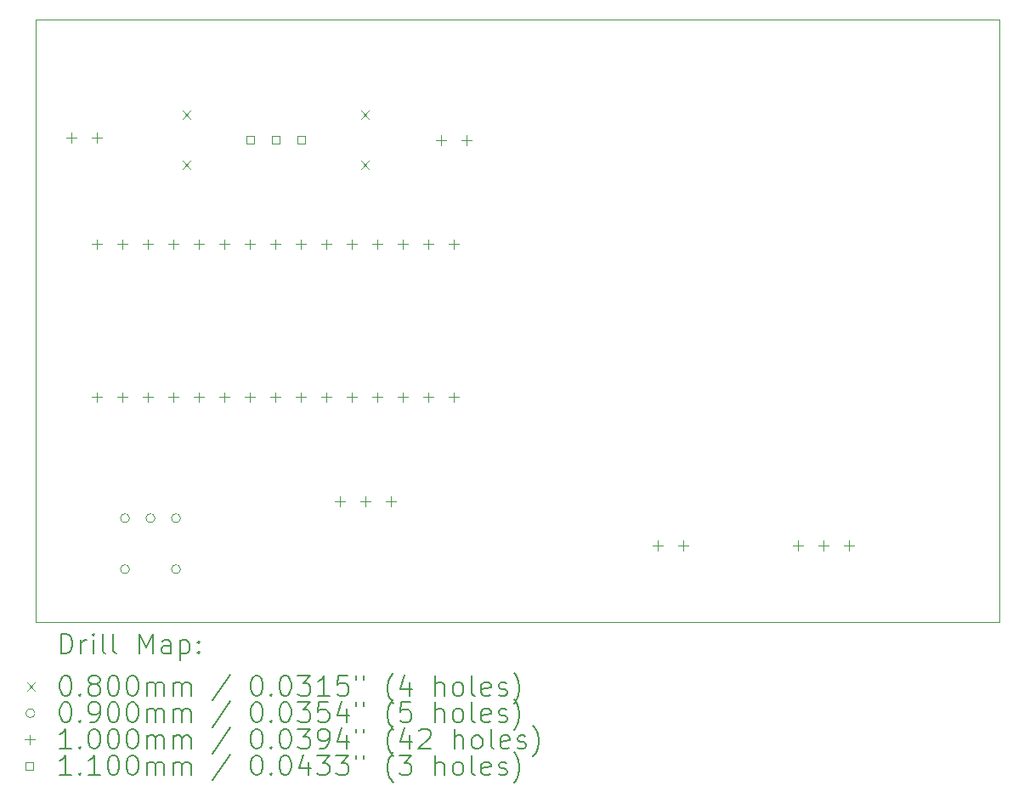
<source format=gbr>
%TF.GenerationSoftware,KiCad,Pcbnew,(6.0.11)*%
%TF.CreationDate,2023-01-29T20:34:46-05:00*%
%TF.ProjectId,Coil_Winder,436f696c-5f57-4696-9e64-65722e6b6963,rev?*%
%TF.SameCoordinates,Original*%
%TF.FileFunction,Drillmap*%
%TF.FilePolarity,Positive*%
%FSLAX45Y45*%
G04 Gerber Fmt 4.5, Leading zero omitted, Abs format (unit mm)*
G04 Created by KiCad (PCBNEW (6.0.11)) date 2023-01-29 20:34:46*
%MOMM*%
%LPD*%
G01*
G04 APERTURE LIST*
%ADD10C,0.100000*%
%ADD11C,0.200000*%
%ADD12C,0.080000*%
%ADD13C,0.090000*%
%ADD14C,0.110000*%
G04 APERTURE END LIST*
D10*
X5100000Y-12400000D02*
X14700000Y-12400000D01*
X14700000Y-12400000D02*
X14700000Y-6400000D01*
X14700000Y-6400000D02*
X5100000Y-6400000D01*
X5100000Y-6400000D02*
X5100000Y-12400000D01*
D11*
D12*
X6564000Y-7307000D02*
X6644000Y-7387000D01*
X6644000Y-7307000D02*
X6564000Y-7387000D01*
X6564000Y-7807000D02*
X6644000Y-7887000D01*
X6644000Y-7807000D02*
X6564000Y-7887000D01*
X8342000Y-7307000D02*
X8422000Y-7387000D01*
X8422000Y-7307000D02*
X8342000Y-7387000D01*
X8342000Y-7807000D02*
X8422000Y-7887000D01*
X8422000Y-7807000D02*
X8342000Y-7887000D01*
D13*
X6037000Y-11366000D02*
G75*
G03*
X6037000Y-11366000I-45000J0D01*
G01*
X6037000Y-11874000D02*
G75*
G03*
X6037000Y-11874000I-45000J0D01*
G01*
X6291000Y-11366000D02*
G75*
G03*
X6291000Y-11366000I-45000J0D01*
G01*
X6545000Y-11366000D02*
G75*
G03*
X6545000Y-11366000I-45000J0D01*
G01*
X6545000Y-11874000D02*
G75*
G03*
X6545000Y-11874000I-45000J0D01*
G01*
D10*
X5460500Y-7528000D02*
X5460500Y-7628000D01*
X5410500Y-7578000D02*
X5510500Y-7578000D01*
X5714500Y-7528000D02*
X5714500Y-7628000D01*
X5664500Y-7578000D02*
X5764500Y-7578000D01*
X5715000Y-8587000D02*
X5715000Y-8687000D01*
X5665000Y-8637000D02*
X5765000Y-8637000D01*
X5715000Y-10111000D02*
X5715000Y-10211000D01*
X5665000Y-10161000D02*
X5765000Y-10161000D01*
X5969000Y-8587000D02*
X5969000Y-8687000D01*
X5919000Y-8637000D02*
X6019000Y-8637000D01*
X5969000Y-10111000D02*
X5969000Y-10211000D01*
X5919000Y-10161000D02*
X6019000Y-10161000D01*
X6223000Y-8587000D02*
X6223000Y-8687000D01*
X6173000Y-8637000D02*
X6273000Y-8637000D01*
X6223000Y-10111000D02*
X6223000Y-10211000D01*
X6173000Y-10161000D02*
X6273000Y-10161000D01*
X6477000Y-8587000D02*
X6477000Y-8687000D01*
X6427000Y-8637000D02*
X6527000Y-8637000D01*
X6477000Y-10111000D02*
X6477000Y-10211000D01*
X6427000Y-10161000D02*
X6527000Y-10161000D01*
X6731000Y-8587000D02*
X6731000Y-8687000D01*
X6681000Y-8637000D02*
X6781000Y-8637000D01*
X6731000Y-10111000D02*
X6731000Y-10211000D01*
X6681000Y-10161000D02*
X6781000Y-10161000D01*
X6985000Y-8587000D02*
X6985000Y-8687000D01*
X6935000Y-8637000D02*
X7035000Y-8637000D01*
X6985000Y-10111000D02*
X6985000Y-10211000D01*
X6935000Y-10161000D02*
X7035000Y-10161000D01*
X7239000Y-8587000D02*
X7239000Y-8687000D01*
X7189000Y-8637000D02*
X7289000Y-8637000D01*
X7239000Y-10111000D02*
X7239000Y-10211000D01*
X7189000Y-10161000D02*
X7289000Y-10161000D01*
X7493000Y-8587000D02*
X7493000Y-8687000D01*
X7443000Y-8637000D02*
X7543000Y-8637000D01*
X7493000Y-10111000D02*
X7493000Y-10211000D01*
X7443000Y-10161000D02*
X7543000Y-10161000D01*
X7747000Y-8587000D02*
X7747000Y-8687000D01*
X7697000Y-8637000D02*
X7797000Y-8637000D01*
X7747000Y-10111000D02*
X7747000Y-10211000D01*
X7697000Y-10161000D02*
X7797000Y-10161000D01*
X8001000Y-8587000D02*
X8001000Y-8687000D01*
X7951000Y-8637000D02*
X8051000Y-8637000D01*
X8001000Y-10111000D02*
X8001000Y-10211000D01*
X7951000Y-10161000D02*
X8051000Y-10161000D01*
X8132500Y-11150000D02*
X8132500Y-11250000D01*
X8082500Y-11200000D02*
X8182500Y-11200000D01*
X8255000Y-8587000D02*
X8255000Y-8687000D01*
X8205000Y-8637000D02*
X8305000Y-8637000D01*
X8255000Y-10111000D02*
X8255000Y-10211000D01*
X8205000Y-10161000D02*
X8305000Y-10161000D01*
X8386500Y-11150000D02*
X8386500Y-11250000D01*
X8336500Y-11200000D02*
X8436500Y-11200000D01*
X8509000Y-8587000D02*
X8509000Y-8687000D01*
X8459000Y-8637000D02*
X8559000Y-8637000D01*
X8509000Y-10111000D02*
X8509000Y-10211000D01*
X8459000Y-10161000D02*
X8559000Y-10161000D01*
X8640500Y-11150000D02*
X8640500Y-11250000D01*
X8590500Y-11200000D02*
X8690500Y-11200000D01*
X8763000Y-8587000D02*
X8763000Y-8687000D01*
X8713000Y-8637000D02*
X8813000Y-8637000D01*
X8763000Y-10111000D02*
X8763000Y-10211000D01*
X8713000Y-10161000D02*
X8813000Y-10161000D01*
X9017000Y-8587000D02*
X9017000Y-8687000D01*
X8967000Y-8637000D02*
X9067000Y-8637000D01*
X9017000Y-10111000D02*
X9017000Y-10211000D01*
X8967000Y-10161000D02*
X9067000Y-10161000D01*
X9144000Y-7551000D02*
X9144000Y-7651000D01*
X9094000Y-7601000D02*
X9194000Y-7601000D01*
X9271000Y-8587000D02*
X9271000Y-8687000D01*
X9221000Y-8637000D02*
X9321000Y-8637000D01*
X9271000Y-10111000D02*
X9271000Y-10211000D01*
X9221000Y-10161000D02*
X9321000Y-10161000D01*
X9398000Y-7551000D02*
X9398000Y-7651000D01*
X9348000Y-7601000D02*
X9448000Y-7601000D01*
X11303500Y-11588000D02*
X11303500Y-11688000D01*
X11253500Y-11638000D02*
X11353500Y-11638000D01*
X11557500Y-11588000D02*
X11557500Y-11688000D01*
X11507500Y-11638000D02*
X11607500Y-11638000D01*
X12700000Y-11588000D02*
X12700000Y-11688000D01*
X12650000Y-11638000D02*
X12750000Y-11638000D01*
X12954000Y-11588000D02*
X12954000Y-11688000D01*
X12904000Y-11638000D02*
X13004000Y-11638000D01*
X13208000Y-11588000D02*
X13208000Y-11688000D01*
X13158000Y-11638000D02*
X13258000Y-11638000D01*
D14*
X7277891Y-7634891D02*
X7277891Y-7557109D01*
X7200109Y-7557109D01*
X7200109Y-7634891D01*
X7277891Y-7634891D01*
X7531891Y-7634891D02*
X7531891Y-7557109D01*
X7454109Y-7557109D01*
X7454109Y-7634891D01*
X7531891Y-7634891D01*
X7785891Y-7634891D02*
X7785891Y-7557109D01*
X7708109Y-7557109D01*
X7708109Y-7634891D01*
X7785891Y-7634891D01*
D11*
X5352619Y-12715476D02*
X5352619Y-12515476D01*
X5400238Y-12515476D01*
X5428810Y-12525000D01*
X5447857Y-12544048D01*
X5457381Y-12563095D01*
X5466905Y-12601190D01*
X5466905Y-12629762D01*
X5457381Y-12667857D01*
X5447857Y-12686905D01*
X5428810Y-12705952D01*
X5400238Y-12715476D01*
X5352619Y-12715476D01*
X5552619Y-12715476D02*
X5552619Y-12582143D01*
X5552619Y-12620238D02*
X5562143Y-12601190D01*
X5571667Y-12591667D01*
X5590714Y-12582143D01*
X5609762Y-12582143D01*
X5676428Y-12715476D02*
X5676428Y-12582143D01*
X5676428Y-12515476D02*
X5666905Y-12525000D01*
X5676428Y-12534524D01*
X5685952Y-12525000D01*
X5676428Y-12515476D01*
X5676428Y-12534524D01*
X5800238Y-12715476D02*
X5781190Y-12705952D01*
X5771667Y-12686905D01*
X5771667Y-12515476D01*
X5905000Y-12715476D02*
X5885952Y-12705952D01*
X5876428Y-12686905D01*
X5876428Y-12515476D01*
X6133571Y-12715476D02*
X6133571Y-12515476D01*
X6200238Y-12658333D01*
X6266905Y-12515476D01*
X6266905Y-12715476D01*
X6447857Y-12715476D02*
X6447857Y-12610714D01*
X6438333Y-12591667D01*
X6419286Y-12582143D01*
X6381190Y-12582143D01*
X6362143Y-12591667D01*
X6447857Y-12705952D02*
X6428809Y-12715476D01*
X6381190Y-12715476D01*
X6362143Y-12705952D01*
X6352619Y-12686905D01*
X6352619Y-12667857D01*
X6362143Y-12648809D01*
X6381190Y-12639286D01*
X6428809Y-12639286D01*
X6447857Y-12629762D01*
X6543095Y-12582143D02*
X6543095Y-12782143D01*
X6543095Y-12591667D02*
X6562143Y-12582143D01*
X6600238Y-12582143D01*
X6619286Y-12591667D01*
X6628809Y-12601190D01*
X6638333Y-12620238D01*
X6638333Y-12677381D01*
X6628809Y-12696428D01*
X6619286Y-12705952D01*
X6600238Y-12715476D01*
X6562143Y-12715476D01*
X6543095Y-12705952D01*
X6724048Y-12696428D02*
X6733571Y-12705952D01*
X6724048Y-12715476D01*
X6714524Y-12705952D01*
X6724048Y-12696428D01*
X6724048Y-12715476D01*
X6724048Y-12591667D02*
X6733571Y-12601190D01*
X6724048Y-12610714D01*
X6714524Y-12601190D01*
X6724048Y-12591667D01*
X6724048Y-12610714D01*
D12*
X5015000Y-13005000D02*
X5095000Y-13085000D01*
X5095000Y-13005000D02*
X5015000Y-13085000D01*
D11*
X5390714Y-12935476D02*
X5409762Y-12935476D01*
X5428810Y-12945000D01*
X5438333Y-12954524D01*
X5447857Y-12973571D01*
X5457381Y-13011667D01*
X5457381Y-13059286D01*
X5447857Y-13097381D01*
X5438333Y-13116428D01*
X5428810Y-13125952D01*
X5409762Y-13135476D01*
X5390714Y-13135476D01*
X5371667Y-13125952D01*
X5362143Y-13116428D01*
X5352619Y-13097381D01*
X5343095Y-13059286D01*
X5343095Y-13011667D01*
X5352619Y-12973571D01*
X5362143Y-12954524D01*
X5371667Y-12945000D01*
X5390714Y-12935476D01*
X5543095Y-13116428D02*
X5552619Y-13125952D01*
X5543095Y-13135476D01*
X5533571Y-13125952D01*
X5543095Y-13116428D01*
X5543095Y-13135476D01*
X5666905Y-13021190D02*
X5647857Y-13011667D01*
X5638333Y-13002143D01*
X5628809Y-12983095D01*
X5628809Y-12973571D01*
X5638333Y-12954524D01*
X5647857Y-12945000D01*
X5666905Y-12935476D01*
X5705000Y-12935476D01*
X5724048Y-12945000D01*
X5733571Y-12954524D01*
X5743095Y-12973571D01*
X5743095Y-12983095D01*
X5733571Y-13002143D01*
X5724048Y-13011667D01*
X5705000Y-13021190D01*
X5666905Y-13021190D01*
X5647857Y-13030714D01*
X5638333Y-13040238D01*
X5628809Y-13059286D01*
X5628809Y-13097381D01*
X5638333Y-13116428D01*
X5647857Y-13125952D01*
X5666905Y-13135476D01*
X5705000Y-13135476D01*
X5724048Y-13125952D01*
X5733571Y-13116428D01*
X5743095Y-13097381D01*
X5743095Y-13059286D01*
X5733571Y-13040238D01*
X5724048Y-13030714D01*
X5705000Y-13021190D01*
X5866905Y-12935476D02*
X5885952Y-12935476D01*
X5905000Y-12945000D01*
X5914524Y-12954524D01*
X5924048Y-12973571D01*
X5933571Y-13011667D01*
X5933571Y-13059286D01*
X5924048Y-13097381D01*
X5914524Y-13116428D01*
X5905000Y-13125952D01*
X5885952Y-13135476D01*
X5866905Y-13135476D01*
X5847857Y-13125952D01*
X5838333Y-13116428D01*
X5828809Y-13097381D01*
X5819286Y-13059286D01*
X5819286Y-13011667D01*
X5828809Y-12973571D01*
X5838333Y-12954524D01*
X5847857Y-12945000D01*
X5866905Y-12935476D01*
X6057381Y-12935476D02*
X6076428Y-12935476D01*
X6095476Y-12945000D01*
X6105000Y-12954524D01*
X6114524Y-12973571D01*
X6124048Y-13011667D01*
X6124048Y-13059286D01*
X6114524Y-13097381D01*
X6105000Y-13116428D01*
X6095476Y-13125952D01*
X6076428Y-13135476D01*
X6057381Y-13135476D01*
X6038333Y-13125952D01*
X6028809Y-13116428D01*
X6019286Y-13097381D01*
X6009762Y-13059286D01*
X6009762Y-13011667D01*
X6019286Y-12973571D01*
X6028809Y-12954524D01*
X6038333Y-12945000D01*
X6057381Y-12935476D01*
X6209762Y-13135476D02*
X6209762Y-13002143D01*
X6209762Y-13021190D02*
X6219286Y-13011667D01*
X6238333Y-13002143D01*
X6266905Y-13002143D01*
X6285952Y-13011667D01*
X6295476Y-13030714D01*
X6295476Y-13135476D01*
X6295476Y-13030714D02*
X6305000Y-13011667D01*
X6324048Y-13002143D01*
X6352619Y-13002143D01*
X6371667Y-13011667D01*
X6381190Y-13030714D01*
X6381190Y-13135476D01*
X6476428Y-13135476D02*
X6476428Y-13002143D01*
X6476428Y-13021190D02*
X6485952Y-13011667D01*
X6505000Y-13002143D01*
X6533571Y-13002143D01*
X6552619Y-13011667D01*
X6562143Y-13030714D01*
X6562143Y-13135476D01*
X6562143Y-13030714D02*
X6571667Y-13011667D01*
X6590714Y-13002143D01*
X6619286Y-13002143D01*
X6638333Y-13011667D01*
X6647857Y-13030714D01*
X6647857Y-13135476D01*
X7038333Y-12925952D02*
X6866905Y-13183095D01*
X7295476Y-12935476D02*
X7314524Y-12935476D01*
X7333571Y-12945000D01*
X7343095Y-12954524D01*
X7352619Y-12973571D01*
X7362143Y-13011667D01*
X7362143Y-13059286D01*
X7352619Y-13097381D01*
X7343095Y-13116428D01*
X7333571Y-13125952D01*
X7314524Y-13135476D01*
X7295476Y-13135476D01*
X7276428Y-13125952D01*
X7266905Y-13116428D01*
X7257381Y-13097381D01*
X7247857Y-13059286D01*
X7247857Y-13011667D01*
X7257381Y-12973571D01*
X7266905Y-12954524D01*
X7276428Y-12945000D01*
X7295476Y-12935476D01*
X7447857Y-13116428D02*
X7457381Y-13125952D01*
X7447857Y-13135476D01*
X7438333Y-13125952D01*
X7447857Y-13116428D01*
X7447857Y-13135476D01*
X7581190Y-12935476D02*
X7600238Y-12935476D01*
X7619286Y-12945000D01*
X7628809Y-12954524D01*
X7638333Y-12973571D01*
X7647857Y-13011667D01*
X7647857Y-13059286D01*
X7638333Y-13097381D01*
X7628809Y-13116428D01*
X7619286Y-13125952D01*
X7600238Y-13135476D01*
X7581190Y-13135476D01*
X7562143Y-13125952D01*
X7552619Y-13116428D01*
X7543095Y-13097381D01*
X7533571Y-13059286D01*
X7533571Y-13011667D01*
X7543095Y-12973571D01*
X7552619Y-12954524D01*
X7562143Y-12945000D01*
X7581190Y-12935476D01*
X7714524Y-12935476D02*
X7838333Y-12935476D01*
X7771667Y-13011667D01*
X7800238Y-13011667D01*
X7819286Y-13021190D01*
X7828809Y-13030714D01*
X7838333Y-13049762D01*
X7838333Y-13097381D01*
X7828809Y-13116428D01*
X7819286Y-13125952D01*
X7800238Y-13135476D01*
X7743095Y-13135476D01*
X7724048Y-13125952D01*
X7714524Y-13116428D01*
X8028809Y-13135476D02*
X7914524Y-13135476D01*
X7971667Y-13135476D02*
X7971667Y-12935476D01*
X7952619Y-12964048D01*
X7933571Y-12983095D01*
X7914524Y-12992619D01*
X8209762Y-12935476D02*
X8114524Y-12935476D01*
X8105000Y-13030714D01*
X8114524Y-13021190D01*
X8133571Y-13011667D01*
X8181190Y-13011667D01*
X8200238Y-13021190D01*
X8209762Y-13030714D01*
X8219286Y-13049762D01*
X8219286Y-13097381D01*
X8209762Y-13116428D01*
X8200238Y-13125952D01*
X8181190Y-13135476D01*
X8133571Y-13135476D01*
X8114524Y-13125952D01*
X8105000Y-13116428D01*
X8295476Y-12935476D02*
X8295476Y-12973571D01*
X8371667Y-12935476D02*
X8371667Y-12973571D01*
X8666905Y-13211667D02*
X8657381Y-13202143D01*
X8638333Y-13173571D01*
X8628810Y-13154524D01*
X8619286Y-13125952D01*
X8609762Y-13078333D01*
X8609762Y-13040238D01*
X8619286Y-12992619D01*
X8628810Y-12964048D01*
X8638333Y-12945000D01*
X8657381Y-12916428D01*
X8666905Y-12906905D01*
X8828810Y-13002143D02*
X8828810Y-13135476D01*
X8781190Y-12925952D02*
X8733571Y-13068809D01*
X8857381Y-13068809D01*
X9085952Y-13135476D02*
X9085952Y-12935476D01*
X9171667Y-13135476D02*
X9171667Y-13030714D01*
X9162143Y-13011667D01*
X9143095Y-13002143D01*
X9114524Y-13002143D01*
X9095476Y-13011667D01*
X9085952Y-13021190D01*
X9295476Y-13135476D02*
X9276429Y-13125952D01*
X9266905Y-13116428D01*
X9257381Y-13097381D01*
X9257381Y-13040238D01*
X9266905Y-13021190D01*
X9276429Y-13011667D01*
X9295476Y-13002143D01*
X9324048Y-13002143D01*
X9343095Y-13011667D01*
X9352619Y-13021190D01*
X9362143Y-13040238D01*
X9362143Y-13097381D01*
X9352619Y-13116428D01*
X9343095Y-13125952D01*
X9324048Y-13135476D01*
X9295476Y-13135476D01*
X9476429Y-13135476D02*
X9457381Y-13125952D01*
X9447857Y-13106905D01*
X9447857Y-12935476D01*
X9628810Y-13125952D02*
X9609762Y-13135476D01*
X9571667Y-13135476D01*
X9552619Y-13125952D01*
X9543095Y-13106905D01*
X9543095Y-13030714D01*
X9552619Y-13011667D01*
X9571667Y-13002143D01*
X9609762Y-13002143D01*
X9628810Y-13011667D01*
X9638333Y-13030714D01*
X9638333Y-13049762D01*
X9543095Y-13068809D01*
X9714524Y-13125952D02*
X9733571Y-13135476D01*
X9771667Y-13135476D01*
X9790714Y-13125952D01*
X9800238Y-13106905D01*
X9800238Y-13097381D01*
X9790714Y-13078333D01*
X9771667Y-13068809D01*
X9743095Y-13068809D01*
X9724048Y-13059286D01*
X9714524Y-13040238D01*
X9714524Y-13030714D01*
X9724048Y-13011667D01*
X9743095Y-13002143D01*
X9771667Y-13002143D01*
X9790714Y-13011667D01*
X9866905Y-13211667D02*
X9876429Y-13202143D01*
X9895476Y-13173571D01*
X9905000Y-13154524D01*
X9914524Y-13125952D01*
X9924048Y-13078333D01*
X9924048Y-13040238D01*
X9914524Y-12992619D01*
X9905000Y-12964048D01*
X9895476Y-12945000D01*
X9876429Y-12916428D01*
X9866905Y-12906905D01*
D13*
X5095000Y-13309000D02*
G75*
G03*
X5095000Y-13309000I-45000J0D01*
G01*
D11*
X5390714Y-13199476D02*
X5409762Y-13199476D01*
X5428810Y-13209000D01*
X5438333Y-13218524D01*
X5447857Y-13237571D01*
X5457381Y-13275667D01*
X5457381Y-13323286D01*
X5447857Y-13361381D01*
X5438333Y-13380428D01*
X5428810Y-13389952D01*
X5409762Y-13399476D01*
X5390714Y-13399476D01*
X5371667Y-13389952D01*
X5362143Y-13380428D01*
X5352619Y-13361381D01*
X5343095Y-13323286D01*
X5343095Y-13275667D01*
X5352619Y-13237571D01*
X5362143Y-13218524D01*
X5371667Y-13209000D01*
X5390714Y-13199476D01*
X5543095Y-13380428D02*
X5552619Y-13389952D01*
X5543095Y-13399476D01*
X5533571Y-13389952D01*
X5543095Y-13380428D01*
X5543095Y-13399476D01*
X5647857Y-13399476D02*
X5685952Y-13399476D01*
X5705000Y-13389952D01*
X5714524Y-13380428D01*
X5733571Y-13351857D01*
X5743095Y-13313762D01*
X5743095Y-13237571D01*
X5733571Y-13218524D01*
X5724048Y-13209000D01*
X5705000Y-13199476D01*
X5666905Y-13199476D01*
X5647857Y-13209000D01*
X5638333Y-13218524D01*
X5628809Y-13237571D01*
X5628809Y-13285190D01*
X5638333Y-13304238D01*
X5647857Y-13313762D01*
X5666905Y-13323286D01*
X5705000Y-13323286D01*
X5724048Y-13313762D01*
X5733571Y-13304238D01*
X5743095Y-13285190D01*
X5866905Y-13199476D02*
X5885952Y-13199476D01*
X5905000Y-13209000D01*
X5914524Y-13218524D01*
X5924048Y-13237571D01*
X5933571Y-13275667D01*
X5933571Y-13323286D01*
X5924048Y-13361381D01*
X5914524Y-13380428D01*
X5905000Y-13389952D01*
X5885952Y-13399476D01*
X5866905Y-13399476D01*
X5847857Y-13389952D01*
X5838333Y-13380428D01*
X5828809Y-13361381D01*
X5819286Y-13323286D01*
X5819286Y-13275667D01*
X5828809Y-13237571D01*
X5838333Y-13218524D01*
X5847857Y-13209000D01*
X5866905Y-13199476D01*
X6057381Y-13199476D02*
X6076428Y-13199476D01*
X6095476Y-13209000D01*
X6105000Y-13218524D01*
X6114524Y-13237571D01*
X6124048Y-13275667D01*
X6124048Y-13323286D01*
X6114524Y-13361381D01*
X6105000Y-13380428D01*
X6095476Y-13389952D01*
X6076428Y-13399476D01*
X6057381Y-13399476D01*
X6038333Y-13389952D01*
X6028809Y-13380428D01*
X6019286Y-13361381D01*
X6009762Y-13323286D01*
X6009762Y-13275667D01*
X6019286Y-13237571D01*
X6028809Y-13218524D01*
X6038333Y-13209000D01*
X6057381Y-13199476D01*
X6209762Y-13399476D02*
X6209762Y-13266143D01*
X6209762Y-13285190D02*
X6219286Y-13275667D01*
X6238333Y-13266143D01*
X6266905Y-13266143D01*
X6285952Y-13275667D01*
X6295476Y-13294714D01*
X6295476Y-13399476D01*
X6295476Y-13294714D02*
X6305000Y-13275667D01*
X6324048Y-13266143D01*
X6352619Y-13266143D01*
X6371667Y-13275667D01*
X6381190Y-13294714D01*
X6381190Y-13399476D01*
X6476428Y-13399476D02*
X6476428Y-13266143D01*
X6476428Y-13285190D02*
X6485952Y-13275667D01*
X6505000Y-13266143D01*
X6533571Y-13266143D01*
X6552619Y-13275667D01*
X6562143Y-13294714D01*
X6562143Y-13399476D01*
X6562143Y-13294714D02*
X6571667Y-13275667D01*
X6590714Y-13266143D01*
X6619286Y-13266143D01*
X6638333Y-13275667D01*
X6647857Y-13294714D01*
X6647857Y-13399476D01*
X7038333Y-13189952D02*
X6866905Y-13447095D01*
X7295476Y-13199476D02*
X7314524Y-13199476D01*
X7333571Y-13209000D01*
X7343095Y-13218524D01*
X7352619Y-13237571D01*
X7362143Y-13275667D01*
X7362143Y-13323286D01*
X7352619Y-13361381D01*
X7343095Y-13380428D01*
X7333571Y-13389952D01*
X7314524Y-13399476D01*
X7295476Y-13399476D01*
X7276428Y-13389952D01*
X7266905Y-13380428D01*
X7257381Y-13361381D01*
X7247857Y-13323286D01*
X7247857Y-13275667D01*
X7257381Y-13237571D01*
X7266905Y-13218524D01*
X7276428Y-13209000D01*
X7295476Y-13199476D01*
X7447857Y-13380428D02*
X7457381Y-13389952D01*
X7447857Y-13399476D01*
X7438333Y-13389952D01*
X7447857Y-13380428D01*
X7447857Y-13399476D01*
X7581190Y-13199476D02*
X7600238Y-13199476D01*
X7619286Y-13209000D01*
X7628809Y-13218524D01*
X7638333Y-13237571D01*
X7647857Y-13275667D01*
X7647857Y-13323286D01*
X7638333Y-13361381D01*
X7628809Y-13380428D01*
X7619286Y-13389952D01*
X7600238Y-13399476D01*
X7581190Y-13399476D01*
X7562143Y-13389952D01*
X7552619Y-13380428D01*
X7543095Y-13361381D01*
X7533571Y-13323286D01*
X7533571Y-13275667D01*
X7543095Y-13237571D01*
X7552619Y-13218524D01*
X7562143Y-13209000D01*
X7581190Y-13199476D01*
X7714524Y-13199476D02*
X7838333Y-13199476D01*
X7771667Y-13275667D01*
X7800238Y-13275667D01*
X7819286Y-13285190D01*
X7828809Y-13294714D01*
X7838333Y-13313762D01*
X7838333Y-13361381D01*
X7828809Y-13380428D01*
X7819286Y-13389952D01*
X7800238Y-13399476D01*
X7743095Y-13399476D01*
X7724048Y-13389952D01*
X7714524Y-13380428D01*
X8019286Y-13199476D02*
X7924048Y-13199476D01*
X7914524Y-13294714D01*
X7924048Y-13285190D01*
X7943095Y-13275667D01*
X7990714Y-13275667D01*
X8009762Y-13285190D01*
X8019286Y-13294714D01*
X8028809Y-13313762D01*
X8028809Y-13361381D01*
X8019286Y-13380428D01*
X8009762Y-13389952D01*
X7990714Y-13399476D01*
X7943095Y-13399476D01*
X7924048Y-13389952D01*
X7914524Y-13380428D01*
X8200238Y-13266143D02*
X8200238Y-13399476D01*
X8152619Y-13189952D02*
X8105000Y-13332809D01*
X8228809Y-13332809D01*
X8295476Y-13199476D02*
X8295476Y-13237571D01*
X8371667Y-13199476D02*
X8371667Y-13237571D01*
X8666905Y-13475667D02*
X8657381Y-13466143D01*
X8638333Y-13437571D01*
X8628810Y-13418524D01*
X8619286Y-13389952D01*
X8609762Y-13342333D01*
X8609762Y-13304238D01*
X8619286Y-13256619D01*
X8628810Y-13228048D01*
X8638333Y-13209000D01*
X8657381Y-13180428D01*
X8666905Y-13170905D01*
X8838333Y-13199476D02*
X8743095Y-13199476D01*
X8733571Y-13294714D01*
X8743095Y-13285190D01*
X8762143Y-13275667D01*
X8809762Y-13275667D01*
X8828810Y-13285190D01*
X8838333Y-13294714D01*
X8847857Y-13313762D01*
X8847857Y-13361381D01*
X8838333Y-13380428D01*
X8828810Y-13389952D01*
X8809762Y-13399476D01*
X8762143Y-13399476D01*
X8743095Y-13389952D01*
X8733571Y-13380428D01*
X9085952Y-13399476D02*
X9085952Y-13199476D01*
X9171667Y-13399476D02*
X9171667Y-13294714D01*
X9162143Y-13275667D01*
X9143095Y-13266143D01*
X9114524Y-13266143D01*
X9095476Y-13275667D01*
X9085952Y-13285190D01*
X9295476Y-13399476D02*
X9276429Y-13389952D01*
X9266905Y-13380428D01*
X9257381Y-13361381D01*
X9257381Y-13304238D01*
X9266905Y-13285190D01*
X9276429Y-13275667D01*
X9295476Y-13266143D01*
X9324048Y-13266143D01*
X9343095Y-13275667D01*
X9352619Y-13285190D01*
X9362143Y-13304238D01*
X9362143Y-13361381D01*
X9352619Y-13380428D01*
X9343095Y-13389952D01*
X9324048Y-13399476D01*
X9295476Y-13399476D01*
X9476429Y-13399476D02*
X9457381Y-13389952D01*
X9447857Y-13370905D01*
X9447857Y-13199476D01*
X9628810Y-13389952D02*
X9609762Y-13399476D01*
X9571667Y-13399476D01*
X9552619Y-13389952D01*
X9543095Y-13370905D01*
X9543095Y-13294714D01*
X9552619Y-13275667D01*
X9571667Y-13266143D01*
X9609762Y-13266143D01*
X9628810Y-13275667D01*
X9638333Y-13294714D01*
X9638333Y-13313762D01*
X9543095Y-13332809D01*
X9714524Y-13389952D02*
X9733571Y-13399476D01*
X9771667Y-13399476D01*
X9790714Y-13389952D01*
X9800238Y-13370905D01*
X9800238Y-13361381D01*
X9790714Y-13342333D01*
X9771667Y-13332809D01*
X9743095Y-13332809D01*
X9724048Y-13323286D01*
X9714524Y-13304238D01*
X9714524Y-13294714D01*
X9724048Y-13275667D01*
X9743095Y-13266143D01*
X9771667Y-13266143D01*
X9790714Y-13275667D01*
X9866905Y-13475667D02*
X9876429Y-13466143D01*
X9895476Y-13437571D01*
X9905000Y-13418524D01*
X9914524Y-13389952D01*
X9924048Y-13342333D01*
X9924048Y-13304238D01*
X9914524Y-13256619D01*
X9905000Y-13228048D01*
X9895476Y-13209000D01*
X9876429Y-13180428D01*
X9866905Y-13170905D01*
D10*
X5045000Y-13523000D02*
X5045000Y-13623000D01*
X4995000Y-13573000D02*
X5095000Y-13573000D01*
D11*
X5457381Y-13663476D02*
X5343095Y-13663476D01*
X5400238Y-13663476D02*
X5400238Y-13463476D01*
X5381190Y-13492048D01*
X5362143Y-13511095D01*
X5343095Y-13520619D01*
X5543095Y-13644428D02*
X5552619Y-13653952D01*
X5543095Y-13663476D01*
X5533571Y-13653952D01*
X5543095Y-13644428D01*
X5543095Y-13663476D01*
X5676428Y-13463476D02*
X5695476Y-13463476D01*
X5714524Y-13473000D01*
X5724048Y-13482524D01*
X5733571Y-13501571D01*
X5743095Y-13539667D01*
X5743095Y-13587286D01*
X5733571Y-13625381D01*
X5724048Y-13644428D01*
X5714524Y-13653952D01*
X5695476Y-13663476D01*
X5676428Y-13663476D01*
X5657381Y-13653952D01*
X5647857Y-13644428D01*
X5638333Y-13625381D01*
X5628809Y-13587286D01*
X5628809Y-13539667D01*
X5638333Y-13501571D01*
X5647857Y-13482524D01*
X5657381Y-13473000D01*
X5676428Y-13463476D01*
X5866905Y-13463476D02*
X5885952Y-13463476D01*
X5905000Y-13473000D01*
X5914524Y-13482524D01*
X5924048Y-13501571D01*
X5933571Y-13539667D01*
X5933571Y-13587286D01*
X5924048Y-13625381D01*
X5914524Y-13644428D01*
X5905000Y-13653952D01*
X5885952Y-13663476D01*
X5866905Y-13663476D01*
X5847857Y-13653952D01*
X5838333Y-13644428D01*
X5828809Y-13625381D01*
X5819286Y-13587286D01*
X5819286Y-13539667D01*
X5828809Y-13501571D01*
X5838333Y-13482524D01*
X5847857Y-13473000D01*
X5866905Y-13463476D01*
X6057381Y-13463476D02*
X6076428Y-13463476D01*
X6095476Y-13473000D01*
X6105000Y-13482524D01*
X6114524Y-13501571D01*
X6124048Y-13539667D01*
X6124048Y-13587286D01*
X6114524Y-13625381D01*
X6105000Y-13644428D01*
X6095476Y-13653952D01*
X6076428Y-13663476D01*
X6057381Y-13663476D01*
X6038333Y-13653952D01*
X6028809Y-13644428D01*
X6019286Y-13625381D01*
X6009762Y-13587286D01*
X6009762Y-13539667D01*
X6019286Y-13501571D01*
X6028809Y-13482524D01*
X6038333Y-13473000D01*
X6057381Y-13463476D01*
X6209762Y-13663476D02*
X6209762Y-13530143D01*
X6209762Y-13549190D02*
X6219286Y-13539667D01*
X6238333Y-13530143D01*
X6266905Y-13530143D01*
X6285952Y-13539667D01*
X6295476Y-13558714D01*
X6295476Y-13663476D01*
X6295476Y-13558714D02*
X6305000Y-13539667D01*
X6324048Y-13530143D01*
X6352619Y-13530143D01*
X6371667Y-13539667D01*
X6381190Y-13558714D01*
X6381190Y-13663476D01*
X6476428Y-13663476D02*
X6476428Y-13530143D01*
X6476428Y-13549190D02*
X6485952Y-13539667D01*
X6505000Y-13530143D01*
X6533571Y-13530143D01*
X6552619Y-13539667D01*
X6562143Y-13558714D01*
X6562143Y-13663476D01*
X6562143Y-13558714D02*
X6571667Y-13539667D01*
X6590714Y-13530143D01*
X6619286Y-13530143D01*
X6638333Y-13539667D01*
X6647857Y-13558714D01*
X6647857Y-13663476D01*
X7038333Y-13453952D02*
X6866905Y-13711095D01*
X7295476Y-13463476D02*
X7314524Y-13463476D01*
X7333571Y-13473000D01*
X7343095Y-13482524D01*
X7352619Y-13501571D01*
X7362143Y-13539667D01*
X7362143Y-13587286D01*
X7352619Y-13625381D01*
X7343095Y-13644428D01*
X7333571Y-13653952D01*
X7314524Y-13663476D01*
X7295476Y-13663476D01*
X7276428Y-13653952D01*
X7266905Y-13644428D01*
X7257381Y-13625381D01*
X7247857Y-13587286D01*
X7247857Y-13539667D01*
X7257381Y-13501571D01*
X7266905Y-13482524D01*
X7276428Y-13473000D01*
X7295476Y-13463476D01*
X7447857Y-13644428D02*
X7457381Y-13653952D01*
X7447857Y-13663476D01*
X7438333Y-13653952D01*
X7447857Y-13644428D01*
X7447857Y-13663476D01*
X7581190Y-13463476D02*
X7600238Y-13463476D01*
X7619286Y-13473000D01*
X7628809Y-13482524D01*
X7638333Y-13501571D01*
X7647857Y-13539667D01*
X7647857Y-13587286D01*
X7638333Y-13625381D01*
X7628809Y-13644428D01*
X7619286Y-13653952D01*
X7600238Y-13663476D01*
X7581190Y-13663476D01*
X7562143Y-13653952D01*
X7552619Y-13644428D01*
X7543095Y-13625381D01*
X7533571Y-13587286D01*
X7533571Y-13539667D01*
X7543095Y-13501571D01*
X7552619Y-13482524D01*
X7562143Y-13473000D01*
X7581190Y-13463476D01*
X7714524Y-13463476D02*
X7838333Y-13463476D01*
X7771667Y-13539667D01*
X7800238Y-13539667D01*
X7819286Y-13549190D01*
X7828809Y-13558714D01*
X7838333Y-13577762D01*
X7838333Y-13625381D01*
X7828809Y-13644428D01*
X7819286Y-13653952D01*
X7800238Y-13663476D01*
X7743095Y-13663476D01*
X7724048Y-13653952D01*
X7714524Y-13644428D01*
X7933571Y-13663476D02*
X7971667Y-13663476D01*
X7990714Y-13653952D01*
X8000238Y-13644428D01*
X8019286Y-13615857D01*
X8028809Y-13577762D01*
X8028809Y-13501571D01*
X8019286Y-13482524D01*
X8009762Y-13473000D01*
X7990714Y-13463476D01*
X7952619Y-13463476D01*
X7933571Y-13473000D01*
X7924048Y-13482524D01*
X7914524Y-13501571D01*
X7914524Y-13549190D01*
X7924048Y-13568238D01*
X7933571Y-13577762D01*
X7952619Y-13587286D01*
X7990714Y-13587286D01*
X8009762Y-13577762D01*
X8019286Y-13568238D01*
X8028809Y-13549190D01*
X8200238Y-13530143D02*
X8200238Y-13663476D01*
X8152619Y-13453952D02*
X8105000Y-13596809D01*
X8228809Y-13596809D01*
X8295476Y-13463476D02*
X8295476Y-13501571D01*
X8371667Y-13463476D02*
X8371667Y-13501571D01*
X8666905Y-13739667D02*
X8657381Y-13730143D01*
X8638333Y-13701571D01*
X8628810Y-13682524D01*
X8619286Y-13653952D01*
X8609762Y-13606333D01*
X8609762Y-13568238D01*
X8619286Y-13520619D01*
X8628810Y-13492048D01*
X8638333Y-13473000D01*
X8657381Y-13444428D01*
X8666905Y-13434905D01*
X8828810Y-13530143D02*
X8828810Y-13663476D01*
X8781190Y-13453952D02*
X8733571Y-13596809D01*
X8857381Y-13596809D01*
X8924048Y-13482524D02*
X8933571Y-13473000D01*
X8952619Y-13463476D01*
X9000238Y-13463476D01*
X9019286Y-13473000D01*
X9028810Y-13482524D01*
X9038333Y-13501571D01*
X9038333Y-13520619D01*
X9028810Y-13549190D01*
X8914524Y-13663476D01*
X9038333Y-13663476D01*
X9276429Y-13663476D02*
X9276429Y-13463476D01*
X9362143Y-13663476D02*
X9362143Y-13558714D01*
X9352619Y-13539667D01*
X9333571Y-13530143D01*
X9305000Y-13530143D01*
X9285952Y-13539667D01*
X9276429Y-13549190D01*
X9485952Y-13663476D02*
X9466905Y-13653952D01*
X9457381Y-13644428D01*
X9447857Y-13625381D01*
X9447857Y-13568238D01*
X9457381Y-13549190D01*
X9466905Y-13539667D01*
X9485952Y-13530143D01*
X9514524Y-13530143D01*
X9533571Y-13539667D01*
X9543095Y-13549190D01*
X9552619Y-13568238D01*
X9552619Y-13625381D01*
X9543095Y-13644428D01*
X9533571Y-13653952D01*
X9514524Y-13663476D01*
X9485952Y-13663476D01*
X9666905Y-13663476D02*
X9647857Y-13653952D01*
X9638333Y-13634905D01*
X9638333Y-13463476D01*
X9819286Y-13653952D02*
X9800238Y-13663476D01*
X9762143Y-13663476D01*
X9743095Y-13653952D01*
X9733571Y-13634905D01*
X9733571Y-13558714D01*
X9743095Y-13539667D01*
X9762143Y-13530143D01*
X9800238Y-13530143D01*
X9819286Y-13539667D01*
X9828810Y-13558714D01*
X9828810Y-13577762D01*
X9733571Y-13596809D01*
X9905000Y-13653952D02*
X9924048Y-13663476D01*
X9962143Y-13663476D01*
X9981190Y-13653952D01*
X9990714Y-13634905D01*
X9990714Y-13625381D01*
X9981190Y-13606333D01*
X9962143Y-13596809D01*
X9933571Y-13596809D01*
X9914524Y-13587286D01*
X9905000Y-13568238D01*
X9905000Y-13558714D01*
X9914524Y-13539667D01*
X9933571Y-13530143D01*
X9962143Y-13530143D01*
X9981190Y-13539667D01*
X10057381Y-13739667D02*
X10066905Y-13730143D01*
X10085952Y-13701571D01*
X10095476Y-13682524D01*
X10105000Y-13653952D01*
X10114524Y-13606333D01*
X10114524Y-13568238D01*
X10105000Y-13520619D01*
X10095476Y-13492048D01*
X10085952Y-13473000D01*
X10066905Y-13444428D01*
X10057381Y-13434905D01*
D14*
X5078891Y-13875891D02*
X5078891Y-13798109D01*
X5001109Y-13798109D01*
X5001109Y-13875891D01*
X5078891Y-13875891D01*
D11*
X5457381Y-13927476D02*
X5343095Y-13927476D01*
X5400238Y-13927476D02*
X5400238Y-13727476D01*
X5381190Y-13756048D01*
X5362143Y-13775095D01*
X5343095Y-13784619D01*
X5543095Y-13908428D02*
X5552619Y-13917952D01*
X5543095Y-13927476D01*
X5533571Y-13917952D01*
X5543095Y-13908428D01*
X5543095Y-13927476D01*
X5743095Y-13927476D02*
X5628809Y-13927476D01*
X5685952Y-13927476D02*
X5685952Y-13727476D01*
X5666905Y-13756048D01*
X5647857Y-13775095D01*
X5628809Y-13784619D01*
X5866905Y-13727476D02*
X5885952Y-13727476D01*
X5905000Y-13737000D01*
X5914524Y-13746524D01*
X5924048Y-13765571D01*
X5933571Y-13803667D01*
X5933571Y-13851286D01*
X5924048Y-13889381D01*
X5914524Y-13908428D01*
X5905000Y-13917952D01*
X5885952Y-13927476D01*
X5866905Y-13927476D01*
X5847857Y-13917952D01*
X5838333Y-13908428D01*
X5828809Y-13889381D01*
X5819286Y-13851286D01*
X5819286Y-13803667D01*
X5828809Y-13765571D01*
X5838333Y-13746524D01*
X5847857Y-13737000D01*
X5866905Y-13727476D01*
X6057381Y-13727476D02*
X6076428Y-13727476D01*
X6095476Y-13737000D01*
X6105000Y-13746524D01*
X6114524Y-13765571D01*
X6124048Y-13803667D01*
X6124048Y-13851286D01*
X6114524Y-13889381D01*
X6105000Y-13908428D01*
X6095476Y-13917952D01*
X6076428Y-13927476D01*
X6057381Y-13927476D01*
X6038333Y-13917952D01*
X6028809Y-13908428D01*
X6019286Y-13889381D01*
X6009762Y-13851286D01*
X6009762Y-13803667D01*
X6019286Y-13765571D01*
X6028809Y-13746524D01*
X6038333Y-13737000D01*
X6057381Y-13727476D01*
X6209762Y-13927476D02*
X6209762Y-13794143D01*
X6209762Y-13813190D02*
X6219286Y-13803667D01*
X6238333Y-13794143D01*
X6266905Y-13794143D01*
X6285952Y-13803667D01*
X6295476Y-13822714D01*
X6295476Y-13927476D01*
X6295476Y-13822714D02*
X6305000Y-13803667D01*
X6324048Y-13794143D01*
X6352619Y-13794143D01*
X6371667Y-13803667D01*
X6381190Y-13822714D01*
X6381190Y-13927476D01*
X6476428Y-13927476D02*
X6476428Y-13794143D01*
X6476428Y-13813190D02*
X6485952Y-13803667D01*
X6505000Y-13794143D01*
X6533571Y-13794143D01*
X6552619Y-13803667D01*
X6562143Y-13822714D01*
X6562143Y-13927476D01*
X6562143Y-13822714D02*
X6571667Y-13803667D01*
X6590714Y-13794143D01*
X6619286Y-13794143D01*
X6638333Y-13803667D01*
X6647857Y-13822714D01*
X6647857Y-13927476D01*
X7038333Y-13717952D02*
X6866905Y-13975095D01*
X7295476Y-13727476D02*
X7314524Y-13727476D01*
X7333571Y-13737000D01*
X7343095Y-13746524D01*
X7352619Y-13765571D01*
X7362143Y-13803667D01*
X7362143Y-13851286D01*
X7352619Y-13889381D01*
X7343095Y-13908428D01*
X7333571Y-13917952D01*
X7314524Y-13927476D01*
X7295476Y-13927476D01*
X7276428Y-13917952D01*
X7266905Y-13908428D01*
X7257381Y-13889381D01*
X7247857Y-13851286D01*
X7247857Y-13803667D01*
X7257381Y-13765571D01*
X7266905Y-13746524D01*
X7276428Y-13737000D01*
X7295476Y-13727476D01*
X7447857Y-13908428D02*
X7457381Y-13917952D01*
X7447857Y-13927476D01*
X7438333Y-13917952D01*
X7447857Y-13908428D01*
X7447857Y-13927476D01*
X7581190Y-13727476D02*
X7600238Y-13727476D01*
X7619286Y-13737000D01*
X7628809Y-13746524D01*
X7638333Y-13765571D01*
X7647857Y-13803667D01*
X7647857Y-13851286D01*
X7638333Y-13889381D01*
X7628809Y-13908428D01*
X7619286Y-13917952D01*
X7600238Y-13927476D01*
X7581190Y-13927476D01*
X7562143Y-13917952D01*
X7552619Y-13908428D01*
X7543095Y-13889381D01*
X7533571Y-13851286D01*
X7533571Y-13803667D01*
X7543095Y-13765571D01*
X7552619Y-13746524D01*
X7562143Y-13737000D01*
X7581190Y-13727476D01*
X7819286Y-13794143D02*
X7819286Y-13927476D01*
X7771667Y-13717952D02*
X7724048Y-13860809D01*
X7847857Y-13860809D01*
X7905000Y-13727476D02*
X8028809Y-13727476D01*
X7962143Y-13803667D01*
X7990714Y-13803667D01*
X8009762Y-13813190D01*
X8019286Y-13822714D01*
X8028809Y-13841762D01*
X8028809Y-13889381D01*
X8019286Y-13908428D01*
X8009762Y-13917952D01*
X7990714Y-13927476D01*
X7933571Y-13927476D01*
X7914524Y-13917952D01*
X7905000Y-13908428D01*
X8095476Y-13727476D02*
X8219286Y-13727476D01*
X8152619Y-13803667D01*
X8181190Y-13803667D01*
X8200238Y-13813190D01*
X8209762Y-13822714D01*
X8219286Y-13841762D01*
X8219286Y-13889381D01*
X8209762Y-13908428D01*
X8200238Y-13917952D01*
X8181190Y-13927476D01*
X8124048Y-13927476D01*
X8105000Y-13917952D01*
X8095476Y-13908428D01*
X8295476Y-13727476D02*
X8295476Y-13765571D01*
X8371667Y-13727476D02*
X8371667Y-13765571D01*
X8666905Y-14003667D02*
X8657381Y-13994143D01*
X8638333Y-13965571D01*
X8628810Y-13946524D01*
X8619286Y-13917952D01*
X8609762Y-13870333D01*
X8609762Y-13832238D01*
X8619286Y-13784619D01*
X8628810Y-13756048D01*
X8638333Y-13737000D01*
X8657381Y-13708428D01*
X8666905Y-13698905D01*
X8724048Y-13727476D02*
X8847857Y-13727476D01*
X8781190Y-13803667D01*
X8809762Y-13803667D01*
X8828810Y-13813190D01*
X8838333Y-13822714D01*
X8847857Y-13841762D01*
X8847857Y-13889381D01*
X8838333Y-13908428D01*
X8828810Y-13917952D01*
X8809762Y-13927476D01*
X8752619Y-13927476D01*
X8733571Y-13917952D01*
X8724048Y-13908428D01*
X9085952Y-13927476D02*
X9085952Y-13727476D01*
X9171667Y-13927476D02*
X9171667Y-13822714D01*
X9162143Y-13803667D01*
X9143095Y-13794143D01*
X9114524Y-13794143D01*
X9095476Y-13803667D01*
X9085952Y-13813190D01*
X9295476Y-13927476D02*
X9276429Y-13917952D01*
X9266905Y-13908428D01*
X9257381Y-13889381D01*
X9257381Y-13832238D01*
X9266905Y-13813190D01*
X9276429Y-13803667D01*
X9295476Y-13794143D01*
X9324048Y-13794143D01*
X9343095Y-13803667D01*
X9352619Y-13813190D01*
X9362143Y-13832238D01*
X9362143Y-13889381D01*
X9352619Y-13908428D01*
X9343095Y-13917952D01*
X9324048Y-13927476D01*
X9295476Y-13927476D01*
X9476429Y-13927476D02*
X9457381Y-13917952D01*
X9447857Y-13898905D01*
X9447857Y-13727476D01*
X9628810Y-13917952D02*
X9609762Y-13927476D01*
X9571667Y-13927476D01*
X9552619Y-13917952D01*
X9543095Y-13898905D01*
X9543095Y-13822714D01*
X9552619Y-13803667D01*
X9571667Y-13794143D01*
X9609762Y-13794143D01*
X9628810Y-13803667D01*
X9638333Y-13822714D01*
X9638333Y-13841762D01*
X9543095Y-13860809D01*
X9714524Y-13917952D02*
X9733571Y-13927476D01*
X9771667Y-13927476D01*
X9790714Y-13917952D01*
X9800238Y-13898905D01*
X9800238Y-13889381D01*
X9790714Y-13870333D01*
X9771667Y-13860809D01*
X9743095Y-13860809D01*
X9724048Y-13851286D01*
X9714524Y-13832238D01*
X9714524Y-13822714D01*
X9724048Y-13803667D01*
X9743095Y-13794143D01*
X9771667Y-13794143D01*
X9790714Y-13803667D01*
X9866905Y-14003667D02*
X9876429Y-13994143D01*
X9895476Y-13965571D01*
X9905000Y-13946524D01*
X9914524Y-13917952D01*
X9924048Y-13870333D01*
X9924048Y-13832238D01*
X9914524Y-13784619D01*
X9905000Y-13756048D01*
X9895476Y-13737000D01*
X9876429Y-13708428D01*
X9866905Y-13698905D01*
M02*

</source>
